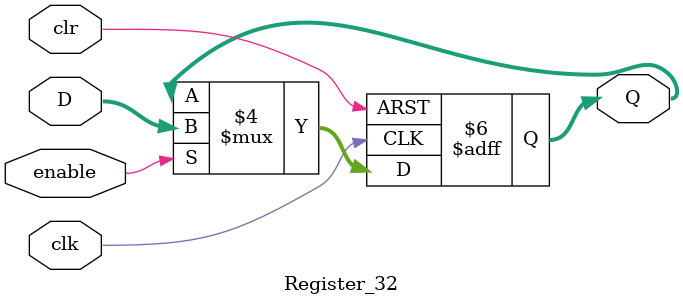
<source format=v>
module Register_32 #(parameter INITIAL_VAL = 32'b0) (

	input clr,
	input clk,
	input enable,
	input [31:0] D,
	output reg [31:0] Q
	
);
	
	initial
		begin
			Q = INITIAL_VAL;
		end
	
	always @(posedge clk or posedge clr) 
		begin
		
			if (clr) begin
				Q = 32'b0;
			end
			else if (enable) begin
				Q = D;
			end
	
		end

endmodule
</source>
